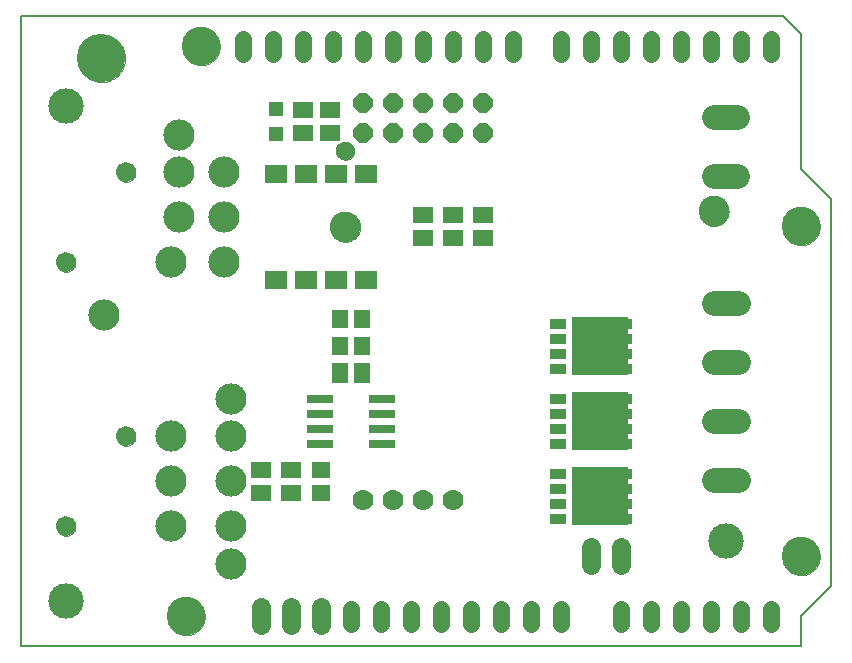
<source format=gts>
G75*
G70*
%OFA0B0*%
%FSLAX24Y24*%
%IPPOS*%
%LPD*%
%AMOC8*
5,1,8,0,0,1.08239X$1,22.5*
%
%ADD10C,0.0000*%
%ADD11C,0.1024*%
%ADD12C,0.0631*%
%ADD13C,0.1615*%
%ADD14C,0.1040*%
%ADD15C,0.0670*%
%ADD16C,0.0512*%
%ADD17C,0.0820*%
%ADD18R,0.0552X0.0335*%
%ADD19R,0.1890X0.1930*%
%ADD20R,0.0910X0.0280*%
%ADD21R,0.0740X0.0640*%
%ADD22C,0.0700*%
%ADD23R,0.0552X0.0670*%
%ADD24R,0.0552X0.0631*%
%ADD25C,0.0640*%
%ADD26R,0.0670X0.0552*%
%ADD27C,0.0050*%
%ADD28C,0.1290*%
%ADD29C,0.0555*%
%ADD30OC8,0.0640*%
%ADD31R,0.0631X0.0552*%
%ADD32R,0.0512X0.0512*%
%ADD33C,0.1181*%
D10*
X002370Y004500D02*
X002372Y004535D01*
X002378Y004570D01*
X002388Y004604D01*
X002401Y004637D01*
X002418Y004668D01*
X002439Y004696D01*
X002462Y004723D01*
X002489Y004746D01*
X002517Y004767D01*
X002548Y004784D01*
X002581Y004797D01*
X002615Y004807D01*
X002650Y004813D01*
X002685Y004815D01*
X002720Y004813D01*
X002755Y004807D01*
X002789Y004797D01*
X002822Y004784D01*
X002853Y004767D01*
X002881Y004746D01*
X002908Y004723D01*
X002931Y004696D01*
X002952Y004668D01*
X002969Y004637D01*
X002982Y004604D01*
X002992Y004570D01*
X002998Y004535D01*
X003000Y004500D01*
X002998Y004465D01*
X002992Y004430D01*
X002982Y004396D01*
X002969Y004363D01*
X002952Y004332D01*
X002931Y004304D01*
X002908Y004277D01*
X002881Y004254D01*
X002853Y004233D01*
X002822Y004216D01*
X002789Y004203D01*
X002755Y004193D01*
X002720Y004187D01*
X002685Y004185D01*
X002650Y004187D01*
X002615Y004193D01*
X002581Y004203D01*
X002548Y004216D01*
X002517Y004233D01*
X002489Y004254D01*
X002462Y004277D01*
X002439Y004304D01*
X002418Y004332D01*
X002401Y004363D01*
X002388Y004396D01*
X002378Y004430D01*
X002372Y004465D01*
X002370Y004500D01*
X002372Y004535D01*
X002378Y004570D01*
X002388Y004604D01*
X002401Y004637D01*
X002418Y004668D01*
X002439Y004696D01*
X002462Y004723D01*
X002489Y004746D01*
X002517Y004767D01*
X002548Y004784D01*
X002581Y004797D01*
X002615Y004807D01*
X002650Y004813D01*
X002685Y004815D01*
X002720Y004813D01*
X002755Y004807D01*
X002789Y004797D01*
X002822Y004784D01*
X002853Y004767D01*
X002881Y004746D01*
X002908Y004723D01*
X002931Y004696D01*
X002952Y004668D01*
X002969Y004637D01*
X002982Y004604D01*
X002992Y004570D01*
X002998Y004535D01*
X003000Y004500D01*
X002998Y004465D01*
X002992Y004430D01*
X002982Y004396D01*
X002969Y004363D01*
X002952Y004332D01*
X002931Y004304D01*
X002908Y004277D01*
X002881Y004254D01*
X002853Y004233D01*
X002822Y004216D01*
X002789Y004203D01*
X002755Y004193D01*
X002720Y004187D01*
X002685Y004185D01*
X002650Y004187D01*
X002615Y004193D01*
X002581Y004203D01*
X002548Y004216D01*
X002517Y004233D01*
X002489Y004254D01*
X002462Y004277D01*
X002439Y004304D01*
X002418Y004332D01*
X002401Y004363D01*
X002388Y004396D01*
X002378Y004430D01*
X002372Y004465D01*
X002370Y004500D01*
X004370Y007500D02*
X004372Y007535D01*
X004378Y007570D01*
X004388Y007604D01*
X004401Y007637D01*
X004418Y007668D01*
X004439Y007696D01*
X004462Y007723D01*
X004489Y007746D01*
X004517Y007767D01*
X004548Y007784D01*
X004581Y007797D01*
X004615Y007807D01*
X004650Y007813D01*
X004685Y007815D01*
X004720Y007813D01*
X004755Y007807D01*
X004789Y007797D01*
X004822Y007784D01*
X004853Y007767D01*
X004881Y007746D01*
X004908Y007723D01*
X004931Y007696D01*
X004952Y007668D01*
X004969Y007637D01*
X004982Y007604D01*
X004992Y007570D01*
X004998Y007535D01*
X005000Y007500D01*
X004998Y007465D01*
X004992Y007430D01*
X004982Y007396D01*
X004969Y007363D01*
X004952Y007332D01*
X004931Y007304D01*
X004908Y007277D01*
X004881Y007254D01*
X004853Y007233D01*
X004822Y007216D01*
X004789Y007203D01*
X004755Y007193D01*
X004720Y007187D01*
X004685Y007185D01*
X004650Y007187D01*
X004615Y007193D01*
X004581Y007203D01*
X004548Y007216D01*
X004517Y007233D01*
X004489Y007254D01*
X004462Y007277D01*
X004439Y007304D01*
X004418Y007332D01*
X004401Y007363D01*
X004388Y007396D01*
X004378Y007430D01*
X004372Y007465D01*
X004370Y007500D01*
X004449Y007500D02*
X004451Y007530D01*
X004457Y007560D01*
X004466Y007589D01*
X004479Y007616D01*
X004496Y007641D01*
X004515Y007664D01*
X004538Y007685D01*
X004563Y007702D01*
X004589Y007716D01*
X004618Y007726D01*
X004647Y007733D01*
X004677Y007736D01*
X004708Y007735D01*
X004738Y007730D01*
X004767Y007721D01*
X004794Y007709D01*
X004820Y007694D01*
X004844Y007675D01*
X004865Y007653D01*
X004883Y007629D01*
X004898Y007602D01*
X004909Y007574D01*
X004917Y007545D01*
X004921Y007515D01*
X004921Y007485D01*
X004917Y007455D01*
X004909Y007426D01*
X004898Y007398D01*
X004883Y007371D01*
X004865Y007347D01*
X004844Y007325D01*
X004820Y007306D01*
X004794Y007291D01*
X004767Y007279D01*
X004738Y007270D01*
X004708Y007265D01*
X004677Y007264D01*
X004647Y007267D01*
X004618Y007274D01*
X004589Y007284D01*
X004563Y007298D01*
X004538Y007315D01*
X004515Y007336D01*
X004496Y007359D01*
X004479Y007384D01*
X004466Y007411D01*
X004457Y007440D01*
X004451Y007470D01*
X004449Y007500D01*
X002370Y013300D02*
X002372Y013335D01*
X002378Y013370D01*
X002388Y013404D01*
X002401Y013437D01*
X002418Y013468D01*
X002439Y013496D01*
X002462Y013523D01*
X002489Y013546D01*
X002517Y013567D01*
X002548Y013584D01*
X002581Y013597D01*
X002615Y013607D01*
X002650Y013613D01*
X002685Y013615D01*
X002720Y013613D01*
X002755Y013607D01*
X002789Y013597D01*
X002822Y013584D01*
X002853Y013567D01*
X002881Y013546D01*
X002908Y013523D01*
X002931Y013496D01*
X002952Y013468D01*
X002969Y013437D01*
X002982Y013404D01*
X002992Y013370D01*
X002998Y013335D01*
X003000Y013300D01*
X002998Y013265D01*
X002992Y013230D01*
X002982Y013196D01*
X002969Y013163D01*
X002952Y013132D01*
X002931Y013104D01*
X002908Y013077D01*
X002881Y013054D01*
X002853Y013033D01*
X002822Y013016D01*
X002789Y013003D01*
X002755Y012993D01*
X002720Y012987D01*
X002685Y012985D01*
X002650Y012987D01*
X002615Y012993D01*
X002581Y013003D01*
X002548Y013016D01*
X002517Y013033D01*
X002489Y013054D01*
X002462Y013077D01*
X002439Y013104D01*
X002418Y013132D01*
X002401Y013163D01*
X002388Y013196D01*
X002378Y013230D01*
X002372Y013265D01*
X002370Y013300D01*
X002372Y013335D01*
X002378Y013370D01*
X002388Y013404D01*
X002401Y013437D01*
X002418Y013468D01*
X002439Y013496D01*
X002462Y013523D01*
X002489Y013546D01*
X002517Y013567D01*
X002548Y013584D01*
X002581Y013597D01*
X002615Y013607D01*
X002650Y013613D01*
X002685Y013615D01*
X002720Y013613D01*
X002755Y013607D01*
X002789Y013597D01*
X002822Y013584D01*
X002853Y013567D01*
X002881Y013546D01*
X002908Y013523D01*
X002931Y013496D01*
X002952Y013468D01*
X002969Y013437D01*
X002982Y013404D01*
X002992Y013370D01*
X002998Y013335D01*
X003000Y013300D01*
X002998Y013265D01*
X002992Y013230D01*
X002982Y013196D01*
X002969Y013163D01*
X002952Y013132D01*
X002931Y013104D01*
X002908Y013077D01*
X002881Y013054D01*
X002853Y013033D01*
X002822Y013016D01*
X002789Y013003D01*
X002755Y012993D01*
X002720Y012987D01*
X002685Y012985D01*
X002650Y012987D01*
X002615Y012993D01*
X002581Y013003D01*
X002548Y013016D01*
X002517Y013033D01*
X002489Y013054D01*
X002462Y013077D01*
X002439Y013104D01*
X002418Y013132D01*
X002401Y013163D01*
X002388Y013196D01*
X002378Y013230D01*
X002372Y013265D01*
X002370Y013300D01*
X004370Y016300D02*
X004372Y016335D01*
X004378Y016370D01*
X004388Y016404D01*
X004401Y016437D01*
X004418Y016468D01*
X004439Y016496D01*
X004462Y016523D01*
X004489Y016546D01*
X004517Y016567D01*
X004548Y016584D01*
X004581Y016597D01*
X004615Y016607D01*
X004650Y016613D01*
X004685Y016615D01*
X004720Y016613D01*
X004755Y016607D01*
X004789Y016597D01*
X004822Y016584D01*
X004853Y016567D01*
X004881Y016546D01*
X004908Y016523D01*
X004931Y016496D01*
X004952Y016468D01*
X004969Y016437D01*
X004982Y016404D01*
X004992Y016370D01*
X004998Y016335D01*
X005000Y016300D01*
X004998Y016265D01*
X004992Y016230D01*
X004982Y016196D01*
X004969Y016163D01*
X004952Y016132D01*
X004931Y016104D01*
X004908Y016077D01*
X004881Y016054D01*
X004853Y016033D01*
X004822Y016016D01*
X004789Y016003D01*
X004755Y015993D01*
X004720Y015987D01*
X004685Y015985D01*
X004650Y015987D01*
X004615Y015993D01*
X004581Y016003D01*
X004548Y016016D01*
X004517Y016033D01*
X004489Y016054D01*
X004462Y016077D01*
X004439Y016104D01*
X004418Y016132D01*
X004401Y016163D01*
X004388Y016196D01*
X004378Y016230D01*
X004372Y016265D01*
X004370Y016300D01*
X004372Y016335D01*
X004378Y016370D01*
X004388Y016404D01*
X004401Y016437D01*
X004418Y016468D01*
X004439Y016496D01*
X004462Y016523D01*
X004489Y016546D01*
X004517Y016567D01*
X004548Y016584D01*
X004581Y016597D01*
X004615Y016607D01*
X004650Y016613D01*
X004685Y016615D01*
X004720Y016613D01*
X004755Y016607D01*
X004789Y016597D01*
X004822Y016584D01*
X004853Y016567D01*
X004881Y016546D01*
X004908Y016523D01*
X004931Y016496D01*
X004952Y016468D01*
X004969Y016437D01*
X004982Y016404D01*
X004992Y016370D01*
X004998Y016335D01*
X005000Y016300D01*
X004998Y016265D01*
X004992Y016230D01*
X004982Y016196D01*
X004969Y016163D01*
X004952Y016132D01*
X004931Y016104D01*
X004908Y016077D01*
X004881Y016054D01*
X004853Y016033D01*
X004822Y016016D01*
X004789Y016003D01*
X004755Y015993D01*
X004720Y015987D01*
X004685Y015985D01*
X004650Y015987D01*
X004615Y015993D01*
X004581Y016003D01*
X004548Y016016D01*
X004517Y016033D01*
X004489Y016054D01*
X004462Y016077D01*
X004439Y016104D01*
X004418Y016132D01*
X004401Y016163D01*
X004388Y016196D01*
X004378Y016230D01*
X004372Y016265D01*
X004370Y016300D01*
X003075Y020102D02*
X003077Y020158D01*
X003083Y020213D01*
X003093Y020267D01*
X003106Y020321D01*
X003124Y020374D01*
X003145Y020425D01*
X003169Y020475D01*
X003197Y020523D01*
X003229Y020569D01*
X003263Y020613D01*
X003301Y020654D01*
X003341Y020692D01*
X003384Y020727D01*
X003429Y020759D01*
X003477Y020788D01*
X003526Y020814D01*
X003577Y020836D01*
X003629Y020854D01*
X003683Y020868D01*
X003738Y020879D01*
X003793Y020886D01*
X003848Y020889D01*
X003904Y020888D01*
X003959Y020883D01*
X004014Y020874D01*
X004068Y020862D01*
X004121Y020845D01*
X004173Y020825D01*
X004223Y020801D01*
X004271Y020774D01*
X004318Y020744D01*
X004362Y020710D01*
X004404Y020673D01*
X004442Y020633D01*
X004479Y020591D01*
X004512Y020546D01*
X004541Y020500D01*
X004568Y020451D01*
X004590Y020400D01*
X004610Y020348D01*
X004625Y020294D01*
X004637Y020240D01*
X004645Y020185D01*
X004649Y020130D01*
X004649Y020074D01*
X004645Y020019D01*
X004637Y019964D01*
X004625Y019910D01*
X004610Y019856D01*
X004590Y019804D01*
X004568Y019753D01*
X004541Y019704D01*
X004512Y019658D01*
X004479Y019613D01*
X004442Y019571D01*
X004404Y019531D01*
X004362Y019494D01*
X004318Y019460D01*
X004271Y019430D01*
X004223Y019403D01*
X004173Y019379D01*
X004121Y019359D01*
X004068Y019342D01*
X004014Y019330D01*
X003959Y019321D01*
X003904Y019316D01*
X003848Y019315D01*
X003793Y019318D01*
X003738Y019325D01*
X003683Y019336D01*
X003629Y019350D01*
X003577Y019368D01*
X003526Y019390D01*
X003477Y019416D01*
X003429Y019445D01*
X003384Y019477D01*
X003341Y019512D01*
X003301Y019550D01*
X003263Y019591D01*
X003229Y019635D01*
X003197Y019681D01*
X003169Y019729D01*
X003145Y019779D01*
X003124Y019830D01*
X003106Y019883D01*
X003093Y019937D01*
X003083Y019991D01*
X003077Y020046D01*
X003075Y020102D01*
X006560Y020500D02*
X006562Y020550D01*
X006568Y020599D01*
X006578Y020648D01*
X006591Y020695D01*
X006609Y020742D01*
X006630Y020787D01*
X006654Y020830D01*
X006682Y020871D01*
X006713Y020910D01*
X006747Y020946D01*
X006784Y020980D01*
X006824Y021010D01*
X006865Y021037D01*
X006909Y021061D01*
X006954Y021081D01*
X007001Y021097D01*
X007049Y021110D01*
X007098Y021119D01*
X007148Y021124D01*
X007197Y021125D01*
X007247Y021122D01*
X007296Y021115D01*
X007345Y021104D01*
X007392Y021090D01*
X007438Y021071D01*
X007483Y021049D01*
X007526Y021024D01*
X007566Y020995D01*
X007604Y020963D01*
X007640Y020929D01*
X007673Y020891D01*
X007702Y020851D01*
X007728Y020809D01*
X007751Y020765D01*
X007770Y020719D01*
X007786Y020672D01*
X007798Y020623D01*
X007806Y020574D01*
X007810Y020525D01*
X007810Y020475D01*
X007806Y020426D01*
X007798Y020377D01*
X007786Y020328D01*
X007770Y020281D01*
X007751Y020235D01*
X007728Y020191D01*
X007702Y020149D01*
X007673Y020109D01*
X007640Y020071D01*
X007604Y020037D01*
X007566Y020005D01*
X007526Y019976D01*
X007483Y019951D01*
X007438Y019929D01*
X007392Y019910D01*
X007345Y019896D01*
X007296Y019885D01*
X007247Y019878D01*
X007197Y019875D01*
X007148Y019876D01*
X007098Y019881D01*
X007049Y019890D01*
X007001Y019903D01*
X006954Y019919D01*
X006909Y019939D01*
X006865Y019963D01*
X006824Y019990D01*
X006784Y020020D01*
X006747Y020054D01*
X006713Y020090D01*
X006682Y020129D01*
X006654Y020170D01*
X006630Y020213D01*
X006609Y020258D01*
X006591Y020305D01*
X006578Y020352D01*
X006568Y020401D01*
X006562Y020450D01*
X006560Y020500D01*
X011700Y017020D02*
X011702Y017054D01*
X011708Y017088D01*
X011718Y017121D01*
X011731Y017152D01*
X011749Y017182D01*
X011769Y017210D01*
X011793Y017235D01*
X011819Y017257D01*
X011847Y017275D01*
X011878Y017291D01*
X011910Y017303D01*
X011944Y017311D01*
X011978Y017315D01*
X012012Y017315D01*
X012046Y017311D01*
X012080Y017303D01*
X012112Y017291D01*
X012142Y017275D01*
X012171Y017257D01*
X012197Y017235D01*
X012221Y017210D01*
X012241Y017182D01*
X012259Y017152D01*
X012272Y017121D01*
X012282Y017088D01*
X012288Y017054D01*
X012290Y017020D01*
X012288Y016986D01*
X012282Y016952D01*
X012272Y016919D01*
X012259Y016888D01*
X012241Y016858D01*
X012221Y016830D01*
X012197Y016805D01*
X012171Y016783D01*
X012143Y016765D01*
X012112Y016749D01*
X012080Y016737D01*
X012046Y016729D01*
X012012Y016725D01*
X011978Y016725D01*
X011944Y016729D01*
X011910Y016737D01*
X011878Y016749D01*
X011847Y016765D01*
X011819Y016783D01*
X011793Y016805D01*
X011769Y016830D01*
X011749Y016858D01*
X011731Y016888D01*
X011718Y016919D01*
X011708Y016952D01*
X011702Y016986D01*
X011700Y017020D01*
X011503Y014480D02*
X011505Y014524D01*
X011511Y014568D01*
X011521Y014611D01*
X011534Y014653D01*
X011552Y014693D01*
X011573Y014732D01*
X011597Y014769D01*
X011624Y014804D01*
X011655Y014836D01*
X011688Y014865D01*
X011724Y014891D01*
X011762Y014913D01*
X011802Y014932D01*
X011843Y014948D01*
X011886Y014960D01*
X011929Y014968D01*
X011973Y014972D01*
X012017Y014972D01*
X012061Y014968D01*
X012104Y014960D01*
X012147Y014948D01*
X012188Y014932D01*
X012228Y014913D01*
X012266Y014891D01*
X012302Y014865D01*
X012335Y014836D01*
X012366Y014804D01*
X012393Y014769D01*
X012417Y014732D01*
X012438Y014693D01*
X012456Y014653D01*
X012469Y014611D01*
X012479Y014568D01*
X012485Y014524D01*
X012487Y014480D01*
X012485Y014436D01*
X012479Y014392D01*
X012469Y014349D01*
X012456Y014307D01*
X012438Y014267D01*
X012417Y014228D01*
X012393Y014191D01*
X012366Y014156D01*
X012335Y014124D01*
X012302Y014095D01*
X012266Y014069D01*
X012228Y014047D01*
X012188Y014028D01*
X012147Y014012D01*
X012104Y014000D01*
X012061Y013992D01*
X012017Y013988D01*
X011973Y013988D01*
X011929Y013992D01*
X011886Y014000D01*
X011843Y014012D01*
X011802Y014028D01*
X011762Y014047D01*
X011724Y014069D01*
X011688Y014095D01*
X011655Y014124D01*
X011624Y014156D01*
X011597Y014191D01*
X011573Y014228D01*
X011552Y014267D01*
X011534Y014307D01*
X011521Y014349D01*
X011511Y014392D01*
X011505Y014436D01*
X011503Y014480D01*
X023783Y015000D02*
X023785Y015044D01*
X023791Y015088D01*
X023801Y015131D01*
X023814Y015173D01*
X023832Y015213D01*
X023853Y015252D01*
X023877Y015289D01*
X023904Y015324D01*
X023935Y015356D01*
X023968Y015385D01*
X024004Y015411D01*
X024042Y015433D01*
X024082Y015452D01*
X024123Y015468D01*
X024166Y015480D01*
X024209Y015488D01*
X024253Y015492D01*
X024297Y015492D01*
X024341Y015488D01*
X024384Y015480D01*
X024427Y015468D01*
X024468Y015452D01*
X024508Y015433D01*
X024546Y015411D01*
X024582Y015385D01*
X024615Y015356D01*
X024646Y015324D01*
X024673Y015289D01*
X024697Y015252D01*
X024718Y015213D01*
X024736Y015173D01*
X024749Y015131D01*
X024759Y015088D01*
X024765Y015044D01*
X024767Y015000D01*
X024765Y014956D01*
X024759Y014912D01*
X024749Y014869D01*
X024736Y014827D01*
X024718Y014787D01*
X024697Y014748D01*
X024673Y014711D01*
X024646Y014676D01*
X024615Y014644D01*
X024582Y014615D01*
X024546Y014589D01*
X024508Y014567D01*
X024468Y014548D01*
X024427Y014532D01*
X024384Y014520D01*
X024341Y014512D01*
X024297Y014508D01*
X024253Y014508D01*
X024209Y014512D01*
X024166Y014520D01*
X024123Y014532D01*
X024082Y014548D01*
X024042Y014567D01*
X024004Y014589D01*
X023968Y014615D01*
X023935Y014644D01*
X023904Y014676D01*
X023877Y014711D01*
X023853Y014748D01*
X023832Y014787D01*
X023814Y014827D01*
X023801Y014869D01*
X023791Y014912D01*
X023785Y014956D01*
X023783Y015000D01*
X026560Y014500D02*
X026562Y014550D01*
X026568Y014599D01*
X026578Y014648D01*
X026591Y014695D01*
X026609Y014742D01*
X026630Y014787D01*
X026654Y014830D01*
X026682Y014871D01*
X026713Y014910D01*
X026747Y014946D01*
X026784Y014980D01*
X026824Y015010D01*
X026865Y015037D01*
X026909Y015061D01*
X026954Y015081D01*
X027001Y015097D01*
X027049Y015110D01*
X027098Y015119D01*
X027148Y015124D01*
X027197Y015125D01*
X027247Y015122D01*
X027296Y015115D01*
X027345Y015104D01*
X027392Y015090D01*
X027438Y015071D01*
X027483Y015049D01*
X027526Y015024D01*
X027566Y014995D01*
X027604Y014963D01*
X027640Y014929D01*
X027673Y014891D01*
X027702Y014851D01*
X027728Y014809D01*
X027751Y014765D01*
X027770Y014719D01*
X027786Y014672D01*
X027798Y014623D01*
X027806Y014574D01*
X027810Y014525D01*
X027810Y014475D01*
X027806Y014426D01*
X027798Y014377D01*
X027786Y014328D01*
X027770Y014281D01*
X027751Y014235D01*
X027728Y014191D01*
X027702Y014149D01*
X027673Y014109D01*
X027640Y014071D01*
X027604Y014037D01*
X027566Y014005D01*
X027526Y013976D01*
X027483Y013951D01*
X027438Y013929D01*
X027392Y013910D01*
X027345Y013896D01*
X027296Y013885D01*
X027247Y013878D01*
X027197Y013875D01*
X027148Y013876D01*
X027098Y013881D01*
X027049Y013890D01*
X027001Y013903D01*
X026954Y013919D01*
X026909Y013939D01*
X026865Y013963D01*
X026824Y013990D01*
X026784Y014020D01*
X026747Y014054D01*
X026713Y014090D01*
X026682Y014129D01*
X026654Y014170D01*
X026630Y014213D01*
X026609Y014258D01*
X026591Y014305D01*
X026578Y014352D01*
X026568Y014401D01*
X026562Y014450D01*
X026560Y014500D01*
X026560Y003500D02*
X026562Y003550D01*
X026568Y003599D01*
X026578Y003648D01*
X026591Y003695D01*
X026609Y003742D01*
X026630Y003787D01*
X026654Y003830D01*
X026682Y003871D01*
X026713Y003910D01*
X026747Y003946D01*
X026784Y003980D01*
X026824Y004010D01*
X026865Y004037D01*
X026909Y004061D01*
X026954Y004081D01*
X027001Y004097D01*
X027049Y004110D01*
X027098Y004119D01*
X027148Y004124D01*
X027197Y004125D01*
X027247Y004122D01*
X027296Y004115D01*
X027345Y004104D01*
X027392Y004090D01*
X027438Y004071D01*
X027483Y004049D01*
X027526Y004024D01*
X027566Y003995D01*
X027604Y003963D01*
X027640Y003929D01*
X027673Y003891D01*
X027702Y003851D01*
X027728Y003809D01*
X027751Y003765D01*
X027770Y003719D01*
X027786Y003672D01*
X027798Y003623D01*
X027806Y003574D01*
X027810Y003525D01*
X027810Y003475D01*
X027806Y003426D01*
X027798Y003377D01*
X027786Y003328D01*
X027770Y003281D01*
X027751Y003235D01*
X027728Y003191D01*
X027702Y003149D01*
X027673Y003109D01*
X027640Y003071D01*
X027604Y003037D01*
X027566Y003005D01*
X027526Y002976D01*
X027483Y002951D01*
X027438Y002929D01*
X027392Y002910D01*
X027345Y002896D01*
X027296Y002885D01*
X027247Y002878D01*
X027197Y002875D01*
X027148Y002876D01*
X027098Y002881D01*
X027049Y002890D01*
X027001Y002903D01*
X026954Y002919D01*
X026909Y002939D01*
X026865Y002963D01*
X026824Y002990D01*
X026784Y003020D01*
X026747Y003054D01*
X026713Y003090D01*
X026682Y003129D01*
X026654Y003170D01*
X026630Y003213D01*
X026609Y003258D01*
X026591Y003305D01*
X026578Y003352D01*
X026568Y003401D01*
X026562Y003450D01*
X026560Y003500D01*
X006060Y001500D02*
X006062Y001550D01*
X006068Y001599D01*
X006078Y001648D01*
X006091Y001695D01*
X006109Y001742D01*
X006130Y001787D01*
X006154Y001830D01*
X006182Y001871D01*
X006213Y001910D01*
X006247Y001946D01*
X006284Y001980D01*
X006324Y002010D01*
X006365Y002037D01*
X006409Y002061D01*
X006454Y002081D01*
X006501Y002097D01*
X006549Y002110D01*
X006598Y002119D01*
X006648Y002124D01*
X006697Y002125D01*
X006747Y002122D01*
X006796Y002115D01*
X006845Y002104D01*
X006892Y002090D01*
X006938Y002071D01*
X006983Y002049D01*
X007026Y002024D01*
X007066Y001995D01*
X007104Y001963D01*
X007140Y001929D01*
X007173Y001891D01*
X007202Y001851D01*
X007228Y001809D01*
X007251Y001765D01*
X007270Y001719D01*
X007286Y001672D01*
X007298Y001623D01*
X007306Y001574D01*
X007310Y001525D01*
X007310Y001475D01*
X007306Y001426D01*
X007298Y001377D01*
X007286Y001328D01*
X007270Y001281D01*
X007251Y001235D01*
X007228Y001191D01*
X007202Y001149D01*
X007173Y001109D01*
X007140Y001071D01*
X007104Y001037D01*
X007066Y001005D01*
X007026Y000976D01*
X006983Y000951D01*
X006938Y000929D01*
X006892Y000910D01*
X006845Y000896D01*
X006796Y000885D01*
X006747Y000878D01*
X006697Y000875D01*
X006648Y000876D01*
X006598Y000881D01*
X006549Y000890D01*
X006501Y000903D01*
X006454Y000919D01*
X006409Y000939D01*
X006365Y000963D01*
X006324Y000990D01*
X006284Y001020D01*
X006247Y001054D01*
X006213Y001090D01*
X006182Y001129D01*
X006154Y001170D01*
X006130Y001213D01*
X006109Y001258D01*
X006091Y001305D01*
X006078Y001352D01*
X006068Y001401D01*
X006062Y001450D01*
X006060Y001500D01*
D11*
X011995Y014480D03*
X024275Y015000D03*
D12*
X011995Y017020D03*
D13*
X003862Y020102D03*
D14*
X006435Y017550D03*
X006435Y016300D03*
X007935Y016300D03*
X007935Y014800D03*
X007935Y014800D03*
X006435Y014800D03*
X006185Y013300D03*
X007935Y013300D03*
X003935Y011552D03*
X008185Y008748D03*
X008185Y007500D03*
X008185Y006000D03*
X008185Y006000D03*
X008185Y004500D03*
X008185Y003252D03*
X006185Y004500D03*
X006185Y006000D03*
X006185Y006000D03*
X006185Y007500D03*
D15*
X004685Y007500D03*
X002685Y004500D03*
X002685Y004500D03*
X002685Y013300D03*
X002685Y013300D03*
X004685Y016300D03*
X004685Y016300D03*
D16*
X004685Y007500D03*
D17*
X024295Y008010D02*
X025075Y008010D01*
X025075Y006050D02*
X024295Y006050D01*
X024295Y009990D02*
X025075Y009990D01*
X025075Y011950D02*
X024295Y011950D01*
X024275Y016170D02*
X025055Y016170D01*
X025055Y018140D02*
X024275Y018140D01*
D18*
X021297Y011250D03*
X021297Y010750D03*
X021297Y010250D03*
X021297Y009750D03*
X021297Y008750D03*
X021297Y008250D03*
X021297Y007750D03*
X021297Y007250D03*
X021297Y006250D03*
X021297Y005750D03*
X021297Y005250D03*
X021297Y004750D03*
X019073Y004750D03*
X019073Y005250D03*
X019073Y005750D03*
X019073Y006250D03*
X019073Y007250D03*
X019073Y007750D03*
X019073Y008250D03*
X019073Y008750D03*
X019073Y009750D03*
X019073Y010250D03*
X019073Y010750D03*
X019073Y011250D03*
D19*
X020470Y010500D03*
X020470Y008000D03*
X020470Y005500D03*
D20*
X013215Y007250D03*
X013215Y007750D03*
X013215Y008250D03*
X013215Y008750D03*
X011155Y008750D03*
X011155Y008250D03*
X011155Y007750D03*
X011155Y007250D03*
D21*
X010685Y012700D03*
X009685Y012700D03*
X011685Y012700D03*
X012685Y012700D03*
X012685Y016250D03*
X011685Y016250D03*
X010685Y016250D03*
X009685Y016250D03*
D22*
X012585Y005394D03*
X013585Y005394D03*
X014585Y005394D03*
X015585Y005394D03*
D23*
X012559Y009600D03*
X011811Y009600D03*
D24*
X011811Y010500D03*
X012559Y010500D03*
X012559Y011400D03*
X011811Y011400D03*
D25*
X020185Y003800D02*
X020185Y003200D01*
X021185Y003200D02*
X021185Y003800D01*
X011185Y001800D02*
X011185Y001200D01*
X010185Y001200D02*
X010185Y001800D01*
X009185Y001800D02*
X009185Y001200D01*
D26*
X009185Y005626D03*
X010185Y005626D03*
X010185Y006374D03*
X009185Y006374D03*
X014585Y014126D03*
X014585Y014874D03*
X015585Y014874D03*
X015585Y014126D03*
X016585Y014126D03*
X016585Y014874D03*
X011485Y017626D03*
X011485Y018374D03*
X010585Y018374D03*
X010585Y017626D03*
D27*
X001185Y021500D02*
X001185Y000500D01*
X027185Y000500D01*
X027185Y001500D01*
X028185Y002500D01*
X028185Y015400D01*
X027185Y016400D01*
X027185Y020900D01*
X026585Y021500D01*
X001185Y021500D01*
D28*
X007185Y020500D03*
X027185Y014500D03*
X027185Y003500D03*
X006685Y001500D03*
D29*
X012185Y001243D02*
X012185Y001757D01*
X013185Y001757D02*
X013185Y001243D01*
X014185Y001243D02*
X014185Y001757D01*
X015185Y001757D02*
X015185Y001243D01*
X016185Y001243D02*
X016185Y001757D01*
X017185Y001757D02*
X017185Y001243D01*
X018185Y001243D02*
X018185Y001757D01*
X019185Y001757D02*
X019185Y001243D01*
X021185Y001243D02*
X021185Y001757D01*
X022185Y001757D02*
X022185Y001243D01*
X023185Y001243D02*
X023185Y001757D01*
X024185Y001757D02*
X024185Y001243D01*
X025185Y001243D02*
X025185Y001757D01*
X026185Y001757D02*
X026185Y001243D01*
X026185Y020243D02*
X026185Y020757D01*
X025185Y020757D02*
X025185Y020243D01*
X024185Y020243D02*
X024185Y020757D01*
X023185Y020757D02*
X023185Y020243D01*
X022185Y020243D02*
X022185Y020757D01*
X021185Y020757D02*
X021185Y020243D01*
X020185Y020243D02*
X020185Y020757D01*
X019185Y020757D02*
X019185Y020243D01*
X017585Y020243D02*
X017585Y020757D01*
X016585Y020757D02*
X016585Y020243D01*
X015585Y020243D02*
X015585Y020757D01*
X014585Y020757D02*
X014585Y020243D01*
X013585Y020243D02*
X013585Y020757D01*
X012585Y020757D02*
X012585Y020243D01*
X011585Y020243D02*
X011585Y020757D01*
X010585Y020757D02*
X010585Y020243D01*
X009585Y020243D02*
X009585Y020757D01*
X008585Y020757D02*
X008585Y020243D01*
D30*
X012585Y018600D03*
X013585Y018600D03*
X013585Y017600D03*
X012585Y017600D03*
X014585Y017600D03*
X014585Y018600D03*
X015585Y018600D03*
X016585Y018600D03*
X016585Y017600D03*
X015585Y017600D03*
D31*
X011185Y006374D03*
X011185Y005626D03*
D32*
X009685Y017587D03*
X009685Y018413D03*
D33*
X002685Y018500D03*
X002685Y002000D03*
X024685Y004000D03*
M02*

</source>
